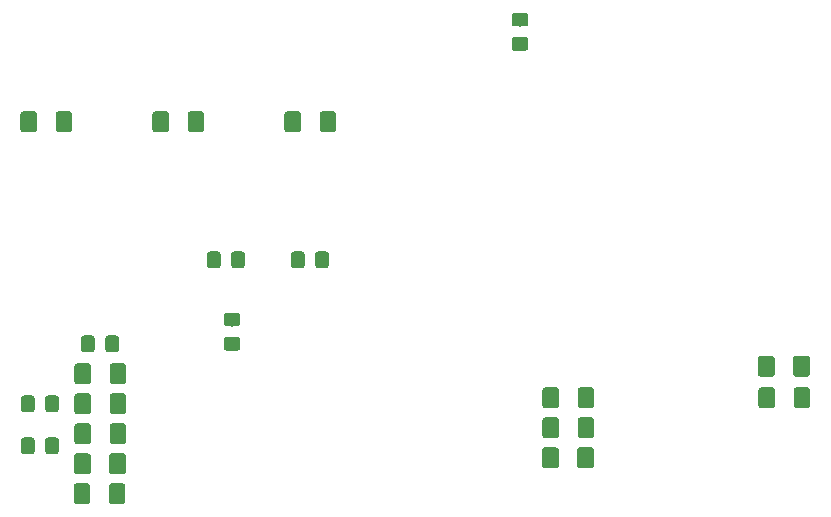
<source format=gbr>
G04 #@! TF.GenerationSoftware,KiCad,Pcbnew,(5.1.0)-1*
G04 #@! TF.CreationDate,2019-04-04T19:18:29+02:00*
G04 #@! TF.ProjectId,YAPSCO,59415053-434f-42e6-9b69-6361645f7063,rev?*
G04 #@! TF.SameCoordinates,PX6a95280PY86ae840*
G04 #@! TF.FileFunction,Paste,Bot*
G04 #@! TF.FilePolarity,Positive*
%FSLAX46Y46*%
G04 Gerber Fmt 4.6, Leading zero omitted, Abs format (unit mm)*
G04 Created by KiCad (PCBNEW (5.1.0)-1) date 2019-04-04 19:18:29*
%MOMM*%
%LPD*%
G04 APERTURE LIST*
%ADD10C,0.100000*%
%ADD11C,1.150000*%
%ADD12C,1.425000*%
G04 APERTURE END LIST*
D10*
G36*
X55846505Y54920796D02*
G01*
X55870773Y54917196D01*
X55894572Y54911235D01*
X55917671Y54902970D01*
X55939850Y54892480D01*
X55960893Y54879868D01*
X55980599Y54865253D01*
X55998777Y54848777D01*
X56015253Y54830599D01*
X56029868Y54810893D01*
X56042480Y54789850D01*
X56052970Y54767671D01*
X56061235Y54744572D01*
X56067196Y54720773D01*
X56070796Y54696505D01*
X56072000Y54672001D01*
X56072000Y54021999D01*
X56070796Y53997495D01*
X56067196Y53973227D01*
X56061235Y53949428D01*
X56052970Y53926329D01*
X56042480Y53904150D01*
X56029868Y53883107D01*
X56015253Y53863401D01*
X55998777Y53845223D01*
X55980599Y53828747D01*
X55960893Y53814132D01*
X55939850Y53801520D01*
X55917671Y53791030D01*
X55894572Y53782765D01*
X55870773Y53776804D01*
X55846505Y53773204D01*
X55822001Y53772000D01*
X54921999Y53772000D01*
X54897495Y53773204D01*
X54873227Y53776804D01*
X54849428Y53782765D01*
X54826329Y53791030D01*
X54804150Y53801520D01*
X54783107Y53814132D01*
X54763401Y53828747D01*
X54745223Y53845223D01*
X54728747Y53863401D01*
X54714132Y53883107D01*
X54701520Y53904150D01*
X54691030Y53926329D01*
X54682765Y53949428D01*
X54676804Y53973227D01*
X54673204Y53997495D01*
X54672000Y54021999D01*
X54672000Y54672001D01*
X54673204Y54696505D01*
X54676804Y54720773D01*
X54682765Y54744572D01*
X54691030Y54767671D01*
X54701520Y54789850D01*
X54714132Y54810893D01*
X54728747Y54830599D01*
X54745223Y54848777D01*
X54763401Y54865253D01*
X54783107Y54879868D01*
X54804150Y54892480D01*
X54826329Y54902970D01*
X54849428Y54911235D01*
X54873227Y54917196D01*
X54897495Y54920796D01*
X54921999Y54922000D01*
X55822001Y54922000D01*
X55846505Y54920796D01*
X55846505Y54920796D01*
G37*
D11*
X55372000Y54347000D03*
D10*
G36*
X55846505Y56970796D02*
G01*
X55870773Y56967196D01*
X55894572Y56961235D01*
X55917671Y56952970D01*
X55939850Y56942480D01*
X55960893Y56929868D01*
X55980599Y56915253D01*
X55998777Y56898777D01*
X56015253Y56880599D01*
X56029868Y56860893D01*
X56042480Y56839850D01*
X56052970Y56817671D01*
X56061235Y56794572D01*
X56067196Y56770773D01*
X56070796Y56746505D01*
X56072000Y56722001D01*
X56072000Y56071999D01*
X56070796Y56047495D01*
X56067196Y56023227D01*
X56061235Y55999428D01*
X56052970Y55976329D01*
X56042480Y55954150D01*
X56029868Y55933107D01*
X56015253Y55913401D01*
X55998777Y55895223D01*
X55980599Y55878747D01*
X55960893Y55864132D01*
X55939850Y55851520D01*
X55917671Y55841030D01*
X55894572Y55832765D01*
X55870773Y55826804D01*
X55846505Y55823204D01*
X55822001Y55822000D01*
X54921999Y55822000D01*
X54897495Y55823204D01*
X54873227Y55826804D01*
X54849428Y55832765D01*
X54826329Y55841030D01*
X54804150Y55851520D01*
X54783107Y55864132D01*
X54763401Y55878747D01*
X54745223Y55895223D01*
X54728747Y55913401D01*
X54714132Y55933107D01*
X54701520Y55954150D01*
X54691030Y55976329D01*
X54682765Y55999428D01*
X54676804Y56023227D01*
X54673204Y56047495D01*
X54672000Y56071999D01*
X54672000Y56722001D01*
X54673204Y56746505D01*
X54676804Y56770773D01*
X54682765Y56794572D01*
X54691030Y56817671D01*
X54701520Y56839850D01*
X54714132Y56860893D01*
X54728747Y56880599D01*
X54745223Y56898777D01*
X54763401Y56915253D01*
X54783107Y56929868D01*
X54804150Y56942480D01*
X54826329Y56952970D01*
X54849428Y56961235D01*
X54873227Y56967196D01*
X54897495Y56970796D01*
X54921999Y56972000D01*
X55822001Y56972000D01*
X55846505Y56970796D01*
X55846505Y56970796D01*
G37*
D11*
X55372000Y56397000D03*
D10*
G36*
X38966505Y36766796D02*
G01*
X38990773Y36763196D01*
X39014572Y36757235D01*
X39037671Y36748970D01*
X39059850Y36738480D01*
X39080893Y36725868D01*
X39100599Y36711253D01*
X39118777Y36694777D01*
X39135253Y36676599D01*
X39149868Y36656893D01*
X39162480Y36635850D01*
X39172970Y36613671D01*
X39181235Y36590572D01*
X39187196Y36566773D01*
X39190796Y36542505D01*
X39192000Y36518001D01*
X39192000Y35617999D01*
X39190796Y35593495D01*
X39187196Y35569227D01*
X39181235Y35545428D01*
X39172970Y35522329D01*
X39162480Y35500150D01*
X39149868Y35479107D01*
X39135253Y35459401D01*
X39118777Y35441223D01*
X39100599Y35424747D01*
X39080893Y35410132D01*
X39059850Y35397520D01*
X39037671Y35387030D01*
X39014572Y35378765D01*
X38990773Y35372804D01*
X38966505Y35369204D01*
X38942001Y35368000D01*
X38291999Y35368000D01*
X38267495Y35369204D01*
X38243227Y35372804D01*
X38219428Y35378765D01*
X38196329Y35387030D01*
X38174150Y35397520D01*
X38153107Y35410132D01*
X38133401Y35424747D01*
X38115223Y35441223D01*
X38098747Y35459401D01*
X38084132Y35479107D01*
X38071520Y35500150D01*
X38061030Y35522329D01*
X38052765Y35545428D01*
X38046804Y35569227D01*
X38043204Y35593495D01*
X38042000Y35617999D01*
X38042000Y36518001D01*
X38043204Y36542505D01*
X38046804Y36566773D01*
X38052765Y36590572D01*
X38061030Y36613671D01*
X38071520Y36635850D01*
X38084132Y36656893D01*
X38098747Y36676599D01*
X38115223Y36694777D01*
X38133401Y36711253D01*
X38153107Y36725868D01*
X38174150Y36738480D01*
X38196329Y36748970D01*
X38219428Y36757235D01*
X38243227Y36763196D01*
X38267495Y36766796D01*
X38291999Y36768000D01*
X38942001Y36768000D01*
X38966505Y36766796D01*
X38966505Y36766796D01*
G37*
D11*
X38617000Y36068000D03*
D10*
G36*
X36916505Y36766796D02*
G01*
X36940773Y36763196D01*
X36964572Y36757235D01*
X36987671Y36748970D01*
X37009850Y36738480D01*
X37030893Y36725868D01*
X37050599Y36711253D01*
X37068777Y36694777D01*
X37085253Y36676599D01*
X37099868Y36656893D01*
X37112480Y36635850D01*
X37122970Y36613671D01*
X37131235Y36590572D01*
X37137196Y36566773D01*
X37140796Y36542505D01*
X37142000Y36518001D01*
X37142000Y35617999D01*
X37140796Y35593495D01*
X37137196Y35569227D01*
X37131235Y35545428D01*
X37122970Y35522329D01*
X37112480Y35500150D01*
X37099868Y35479107D01*
X37085253Y35459401D01*
X37068777Y35441223D01*
X37050599Y35424747D01*
X37030893Y35410132D01*
X37009850Y35397520D01*
X36987671Y35387030D01*
X36964572Y35378765D01*
X36940773Y35372804D01*
X36916505Y35369204D01*
X36892001Y35368000D01*
X36241999Y35368000D01*
X36217495Y35369204D01*
X36193227Y35372804D01*
X36169428Y35378765D01*
X36146329Y35387030D01*
X36124150Y35397520D01*
X36103107Y35410132D01*
X36083401Y35424747D01*
X36065223Y35441223D01*
X36048747Y35459401D01*
X36034132Y35479107D01*
X36021520Y35500150D01*
X36011030Y35522329D01*
X36002765Y35545428D01*
X35996804Y35569227D01*
X35993204Y35593495D01*
X35992000Y35617999D01*
X35992000Y36518001D01*
X35993204Y36542505D01*
X35996804Y36566773D01*
X36002765Y36590572D01*
X36011030Y36613671D01*
X36021520Y36635850D01*
X36034132Y36656893D01*
X36048747Y36676599D01*
X36065223Y36694777D01*
X36083401Y36711253D01*
X36103107Y36725868D01*
X36124150Y36738480D01*
X36146329Y36748970D01*
X36169428Y36757235D01*
X36193227Y36763196D01*
X36217495Y36766796D01*
X36241999Y36768000D01*
X36892001Y36768000D01*
X36916505Y36766796D01*
X36916505Y36766796D01*
G37*
D11*
X36567000Y36068000D03*
D10*
G36*
X31854505Y36766796D02*
G01*
X31878773Y36763196D01*
X31902572Y36757235D01*
X31925671Y36748970D01*
X31947850Y36738480D01*
X31968893Y36725868D01*
X31988599Y36711253D01*
X32006777Y36694777D01*
X32023253Y36676599D01*
X32037868Y36656893D01*
X32050480Y36635850D01*
X32060970Y36613671D01*
X32069235Y36590572D01*
X32075196Y36566773D01*
X32078796Y36542505D01*
X32080000Y36518001D01*
X32080000Y35617999D01*
X32078796Y35593495D01*
X32075196Y35569227D01*
X32069235Y35545428D01*
X32060970Y35522329D01*
X32050480Y35500150D01*
X32037868Y35479107D01*
X32023253Y35459401D01*
X32006777Y35441223D01*
X31988599Y35424747D01*
X31968893Y35410132D01*
X31947850Y35397520D01*
X31925671Y35387030D01*
X31902572Y35378765D01*
X31878773Y35372804D01*
X31854505Y35369204D01*
X31830001Y35368000D01*
X31179999Y35368000D01*
X31155495Y35369204D01*
X31131227Y35372804D01*
X31107428Y35378765D01*
X31084329Y35387030D01*
X31062150Y35397520D01*
X31041107Y35410132D01*
X31021401Y35424747D01*
X31003223Y35441223D01*
X30986747Y35459401D01*
X30972132Y35479107D01*
X30959520Y35500150D01*
X30949030Y35522329D01*
X30940765Y35545428D01*
X30934804Y35569227D01*
X30931204Y35593495D01*
X30930000Y35617999D01*
X30930000Y36518001D01*
X30931204Y36542505D01*
X30934804Y36566773D01*
X30940765Y36590572D01*
X30949030Y36613671D01*
X30959520Y36635850D01*
X30972132Y36656893D01*
X30986747Y36676599D01*
X31003223Y36694777D01*
X31021401Y36711253D01*
X31041107Y36725868D01*
X31062150Y36738480D01*
X31084329Y36748970D01*
X31107428Y36757235D01*
X31131227Y36763196D01*
X31155495Y36766796D01*
X31179999Y36768000D01*
X31830001Y36768000D01*
X31854505Y36766796D01*
X31854505Y36766796D01*
G37*
D11*
X31505000Y36068000D03*
D10*
G36*
X29804505Y36766796D02*
G01*
X29828773Y36763196D01*
X29852572Y36757235D01*
X29875671Y36748970D01*
X29897850Y36738480D01*
X29918893Y36725868D01*
X29938599Y36711253D01*
X29956777Y36694777D01*
X29973253Y36676599D01*
X29987868Y36656893D01*
X30000480Y36635850D01*
X30010970Y36613671D01*
X30019235Y36590572D01*
X30025196Y36566773D01*
X30028796Y36542505D01*
X30030000Y36518001D01*
X30030000Y35617999D01*
X30028796Y35593495D01*
X30025196Y35569227D01*
X30019235Y35545428D01*
X30010970Y35522329D01*
X30000480Y35500150D01*
X29987868Y35479107D01*
X29973253Y35459401D01*
X29956777Y35441223D01*
X29938599Y35424747D01*
X29918893Y35410132D01*
X29897850Y35397520D01*
X29875671Y35387030D01*
X29852572Y35378765D01*
X29828773Y35372804D01*
X29804505Y35369204D01*
X29780001Y35368000D01*
X29129999Y35368000D01*
X29105495Y35369204D01*
X29081227Y35372804D01*
X29057428Y35378765D01*
X29034329Y35387030D01*
X29012150Y35397520D01*
X28991107Y35410132D01*
X28971401Y35424747D01*
X28953223Y35441223D01*
X28936747Y35459401D01*
X28922132Y35479107D01*
X28909520Y35500150D01*
X28899030Y35522329D01*
X28890765Y35545428D01*
X28884804Y35569227D01*
X28881204Y35593495D01*
X28880000Y35617999D01*
X28880000Y36518001D01*
X28881204Y36542505D01*
X28884804Y36566773D01*
X28890765Y36590572D01*
X28899030Y36613671D01*
X28909520Y36635850D01*
X28922132Y36656893D01*
X28936747Y36676599D01*
X28953223Y36694777D01*
X28971401Y36711253D01*
X28991107Y36725868D01*
X29012150Y36738480D01*
X29034329Y36748970D01*
X29057428Y36757235D01*
X29081227Y36763196D01*
X29105495Y36766796D01*
X29129999Y36768000D01*
X29780001Y36768000D01*
X29804505Y36766796D01*
X29804505Y36766796D01*
G37*
D11*
X29455000Y36068000D03*
D10*
G36*
X31462505Y29529796D02*
G01*
X31486773Y29526196D01*
X31510572Y29520235D01*
X31533671Y29511970D01*
X31555850Y29501480D01*
X31576893Y29488868D01*
X31596599Y29474253D01*
X31614777Y29457777D01*
X31631253Y29439599D01*
X31645868Y29419893D01*
X31658480Y29398850D01*
X31668970Y29376671D01*
X31677235Y29353572D01*
X31683196Y29329773D01*
X31686796Y29305505D01*
X31688000Y29281001D01*
X31688000Y28630999D01*
X31686796Y28606495D01*
X31683196Y28582227D01*
X31677235Y28558428D01*
X31668970Y28535329D01*
X31658480Y28513150D01*
X31645868Y28492107D01*
X31631253Y28472401D01*
X31614777Y28454223D01*
X31596599Y28437747D01*
X31576893Y28423132D01*
X31555850Y28410520D01*
X31533671Y28400030D01*
X31510572Y28391765D01*
X31486773Y28385804D01*
X31462505Y28382204D01*
X31438001Y28381000D01*
X30537999Y28381000D01*
X30513495Y28382204D01*
X30489227Y28385804D01*
X30465428Y28391765D01*
X30442329Y28400030D01*
X30420150Y28410520D01*
X30399107Y28423132D01*
X30379401Y28437747D01*
X30361223Y28454223D01*
X30344747Y28472401D01*
X30330132Y28492107D01*
X30317520Y28513150D01*
X30307030Y28535329D01*
X30298765Y28558428D01*
X30292804Y28582227D01*
X30289204Y28606495D01*
X30288000Y28630999D01*
X30288000Y29281001D01*
X30289204Y29305505D01*
X30292804Y29329773D01*
X30298765Y29353572D01*
X30307030Y29376671D01*
X30317520Y29398850D01*
X30330132Y29419893D01*
X30344747Y29439599D01*
X30361223Y29457777D01*
X30379401Y29474253D01*
X30399107Y29488868D01*
X30420150Y29501480D01*
X30442329Y29511970D01*
X30465428Y29520235D01*
X30489227Y29526196D01*
X30513495Y29529796D01*
X30537999Y29531000D01*
X31438001Y29531000D01*
X31462505Y29529796D01*
X31462505Y29529796D01*
G37*
D11*
X30988000Y28956000D03*
D10*
G36*
X31462505Y31579796D02*
G01*
X31486773Y31576196D01*
X31510572Y31570235D01*
X31533671Y31561970D01*
X31555850Y31551480D01*
X31576893Y31538868D01*
X31596599Y31524253D01*
X31614777Y31507777D01*
X31631253Y31489599D01*
X31645868Y31469893D01*
X31658480Y31448850D01*
X31668970Y31426671D01*
X31677235Y31403572D01*
X31683196Y31379773D01*
X31686796Y31355505D01*
X31688000Y31331001D01*
X31688000Y30680999D01*
X31686796Y30656495D01*
X31683196Y30632227D01*
X31677235Y30608428D01*
X31668970Y30585329D01*
X31658480Y30563150D01*
X31645868Y30542107D01*
X31631253Y30522401D01*
X31614777Y30504223D01*
X31596599Y30487747D01*
X31576893Y30473132D01*
X31555850Y30460520D01*
X31533671Y30450030D01*
X31510572Y30441765D01*
X31486773Y30435804D01*
X31462505Y30432204D01*
X31438001Y30431000D01*
X30537999Y30431000D01*
X30513495Y30432204D01*
X30489227Y30435804D01*
X30465428Y30441765D01*
X30442329Y30450030D01*
X30420150Y30460520D01*
X30399107Y30473132D01*
X30379401Y30487747D01*
X30361223Y30504223D01*
X30344747Y30522401D01*
X30330132Y30542107D01*
X30317520Y30563150D01*
X30307030Y30585329D01*
X30298765Y30608428D01*
X30292804Y30632227D01*
X30289204Y30656495D01*
X30288000Y30680999D01*
X30288000Y31331001D01*
X30289204Y31355505D01*
X30292804Y31379773D01*
X30298765Y31403572D01*
X30307030Y31426671D01*
X30317520Y31448850D01*
X30330132Y31469893D01*
X30344747Y31489599D01*
X30361223Y31507777D01*
X30379401Y31524253D01*
X30399107Y31538868D01*
X30420150Y31551480D01*
X30442329Y31561970D01*
X30465428Y31570235D01*
X30489227Y31576196D01*
X30513495Y31579796D01*
X30537999Y31581000D01*
X31438001Y31581000D01*
X31462505Y31579796D01*
X31462505Y31579796D01*
G37*
D11*
X30988000Y31006000D03*
D10*
G36*
X14056505Y24574796D02*
G01*
X14080773Y24571196D01*
X14104572Y24565235D01*
X14127671Y24556970D01*
X14149850Y24546480D01*
X14170893Y24533868D01*
X14190599Y24519253D01*
X14208777Y24502777D01*
X14225253Y24484599D01*
X14239868Y24464893D01*
X14252480Y24443850D01*
X14262970Y24421671D01*
X14271235Y24398572D01*
X14277196Y24374773D01*
X14280796Y24350505D01*
X14282000Y24326001D01*
X14282000Y23425999D01*
X14280796Y23401495D01*
X14277196Y23377227D01*
X14271235Y23353428D01*
X14262970Y23330329D01*
X14252480Y23308150D01*
X14239868Y23287107D01*
X14225253Y23267401D01*
X14208777Y23249223D01*
X14190599Y23232747D01*
X14170893Y23218132D01*
X14149850Y23205520D01*
X14127671Y23195030D01*
X14104572Y23186765D01*
X14080773Y23180804D01*
X14056505Y23177204D01*
X14032001Y23176000D01*
X13381999Y23176000D01*
X13357495Y23177204D01*
X13333227Y23180804D01*
X13309428Y23186765D01*
X13286329Y23195030D01*
X13264150Y23205520D01*
X13243107Y23218132D01*
X13223401Y23232747D01*
X13205223Y23249223D01*
X13188747Y23267401D01*
X13174132Y23287107D01*
X13161520Y23308150D01*
X13151030Y23330329D01*
X13142765Y23353428D01*
X13136804Y23377227D01*
X13133204Y23401495D01*
X13132000Y23425999D01*
X13132000Y24326001D01*
X13133204Y24350505D01*
X13136804Y24374773D01*
X13142765Y24398572D01*
X13151030Y24421671D01*
X13161520Y24443850D01*
X13174132Y24464893D01*
X13188747Y24484599D01*
X13205223Y24502777D01*
X13223401Y24519253D01*
X13243107Y24533868D01*
X13264150Y24546480D01*
X13286329Y24556970D01*
X13309428Y24565235D01*
X13333227Y24571196D01*
X13357495Y24574796D01*
X13381999Y24576000D01*
X14032001Y24576000D01*
X14056505Y24574796D01*
X14056505Y24574796D01*
G37*
D11*
X13707000Y23876000D03*
D10*
G36*
X16106505Y24574796D02*
G01*
X16130773Y24571196D01*
X16154572Y24565235D01*
X16177671Y24556970D01*
X16199850Y24546480D01*
X16220893Y24533868D01*
X16240599Y24519253D01*
X16258777Y24502777D01*
X16275253Y24484599D01*
X16289868Y24464893D01*
X16302480Y24443850D01*
X16312970Y24421671D01*
X16321235Y24398572D01*
X16327196Y24374773D01*
X16330796Y24350505D01*
X16332000Y24326001D01*
X16332000Y23425999D01*
X16330796Y23401495D01*
X16327196Y23377227D01*
X16321235Y23353428D01*
X16312970Y23330329D01*
X16302480Y23308150D01*
X16289868Y23287107D01*
X16275253Y23267401D01*
X16258777Y23249223D01*
X16240599Y23232747D01*
X16220893Y23218132D01*
X16199850Y23205520D01*
X16177671Y23195030D01*
X16154572Y23186765D01*
X16130773Y23180804D01*
X16106505Y23177204D01*
X16082001Y23176000D01*
X15431999Y23176000D01*
X15407495Y23177204D01*
X15383227Y23180804D01*
X15359428Y23186765D01*
X15336329Y23195030D01*
X15314150Y23205520D01*
X15293107Y23218132D01*
X15273401Y23232747D01*
X15255223Y23249223D01*
X15238747Y23267401D01*
X15224132Y23287107D01*
X15211520Y23308150D01*
X15201030Y23330329D01*
X15192765Y23353428D01*
X15186804Y23377227D01*
X15183204Y23401495D01*
X15182000Y23425999D01*
X15182000Y24326001D01*
X15183204Y24350505D01*
X15186804Y24374773D01*
X15192765Y24398572D01*
X15201030Y24421671D01*
X15211520Y24443850D01*
X15224132Y24464893D01*
X15238747Y24484599D01*
X15255223Y24502777D01*
X15273401Y24519253D01*
X15293107Y24533868D01*
X15314150Y24546480D01*
X15336329Y24556970D01*
X15359428Y24565235D01*
X15383227Y24571196D01*
X15407495Y24574796D01*
X15431999Y24576000D01*
X16082001Y24576000D01*
X16106505Y24574796D01*
X16106505Y24574796D01*
G37*
D11*
X15757000Y23876000D03*
D10*
G36*
X16106505Y21018796D02*
G01*
X16130773Y21015196D01*
X16154572Y21009235D01*
X16177671Y21000970D01*
X16199850Y20990480D01*
X16220893Y20977868D01*
X16240599Y20963253D01*
X16258777Y20946777D01*
X16275253Y20928599D01*
X16289868Y20908893D01*
X16302480Y20887850D01*
X16312970Y20865671D01*
X16321235Y20842572D01*
X16327196Y20818773D01*
X16330796Y20794505D01*
X16332000Y20770001D01*
X16332000Y19869999D01*
X16330796Y19845495D01*
X16327196Y19821227D01*
X16321235Y19797428D01*
X16312970Y19774329D01*
X16302480Y19752150D01*
X16289868Y19731107D01*
X16275253Y19711401D01*
X16258777Y19693223D01*
X16240599Y19676747D01*
X16220893Y19662132D01*
X16199850Y19649520D01*
X16177671Y19639030D01*
X16154572Y19630765D01*
X16130773Y19624804D01*
X16106505Y19621204D01*
X16082001Y19620000D01*
X15431999Y19620000D01*
X15407495Y19621204D01*
X15383227Y19624804D01*
X15359428Y19630765D01*
X15336329Y19639030D01*
X15314150Y19649520D01*
X15293107Y19662132D01*
X15273401Y19676747D01*
X15255223Y19693223D01*
X15238747Y19711401D01*
X15224132Y19731107D01*
X15211520Y19752150D01*
X15201030Y19774329D01*
X15192765Y19797428D01*
X15186804Y19821227D01*
X15183204Y19845495D01*
X15182000Y19869999D01*
X15182000Y20770001D01*
X15183204Y20794505D01*
X15186804Y20818773D01*
X15192765Y20842572D01*
X15201030Y20865671D01*
X15211520Y20887850D01*
X15224132Y20908893D01*
X15238747Y20928599D01*
X15255223Y20946777D01*
X15273401Y20963253D01*
X15293107Y20977868D01*
X15314150Y20990480D01*
X15336329Y21000970D01*
X15359428Y21009235D01*
X15383227Y21015196D01*
X15407495Y21018796D01*
X15431999Y21020000D01*
X16082001Y21020000D01*
X16106505Y21018796D01*
X16106505Y21018796D01*
G37*
D11*
X15757000Y20320000D03*
D10*
G36*
X14056505Y21018796D02*
G01*
X14080773Y21015196D01*
X14104572Y21009235D01*
X14127671Y21000970D01*
X14149850Y20990480D01*
X14170893Y20977868D01*
X14190599Y20963253D01*
X14208777Y20946777D01*
X14225253Y20928599D01*
X14239868Y20908893D01*
X14252480Y20887850D01*
X14262970Y20865671D01*
X14271235Y20842572D01*
X14277196Y20818773D01*
X14280796Y20794505D01*
X14282000Y20770001D01*
X14282000Y19869999D01*
X14280796Y19845495D01*
X14277196Y19821227D01*
X14271235Y19797428D01*
X14262970Y19774329D01*
X14252480Y19752150D01*
X14239868Y19731107D01*
X14225253Y19711401D01*
X14208777Y19693223D01*
X14190599Y19676747D01*
X14170893Y19662132D01*
X14149850Y19649520D01*
X14127671Y19639030D01*
X14104572Y19630765D01*
X14080773Y19624804D01*
X14056505Y19621204D01*
X14032001Y19620000D01*
X13381999Y19620000D01*
X13357495Y19621204D01*
X13333227Y19624804D01*
X13309428Y19630765D01*
X13286329Y19639030D01*
X13264150Y19649520D01*
X13243107Y19662132D01*
X13223401Y19676747D01*
X13205223Y19693223D01*
X13188747Y19711401D01*
X13174132Y19731107D01*
X13161520Y19752150D01*
X13151030Y19774329D01*
X13142765Y19797428D01*
X13136804Y19821227D01*
X13133204Y19845495D01*
X13132000Y19869999D01*
X13132000Y20770001D01*
X13133204Y20794505D01*
X13136804Y20818773D01*
X13142765Y20842572D01*
X13151030Y20865671D01*
X13161520Y20887850D01*
X13174132Y20908893D01*
X13188747Y20928599D01*
X13205223Y20946777D01*
X13223401Y20963253D01*
X13243107Y20977868D01*
X13264150Y20990480D01*
X13286329Y21000970D01*
X13309428Y21009235D01*
X13333227Y21015196D01*
X13357495Y21018796D01*
X13381999Y21020000D01*
X14032001Y21020000D01*
X14056505Y21018796D01*
X14056505Y21018796D01*
G37*
D11*
X13707000Y20320000D03*
D10*
G36*
X19145505Y29654796D02*
G01*
X19169773Y29651196D01*
X19193572Y29645235D01*
X19216671Y29636970D01*
X19238850Y29626480D01*
X19259893Y29613868D01*
X19279599Y29599253D01*
X19297777Y29582777D01*
X19314253Y29564599D01*
X19328868Y29544893D01*
X19341480Y29523850D01*
X19351970Y29501671D01*
X19360235Y29478572D01*
X19366196Y29454773D01*
X19369796Y29430505D01*
X19371000Y29406001D01*
X19371000Y28505999D01*
X19369796Y28481495D01*
X19366196Y28457227D01*
X19360235Y28433428D01*
X19351970Y28410329D01*
X19341480Y28388150D01*
X19328868Y28367107D01*
X19314253Y28347401D01*
X19297777Y28329223D01*
X19279599Y28312747D01*
X19259893Y28298132D01*
X19238850Y28285520D01*
X19216671Y28275030D01*
X19193572Y28266765D01*
X19169773Y28260804D01*
X19145505Y28257204D01*
X19121001Y28256000D01*
X18470999Y28256000D01*
X18446495Y28257204D01*
X18422227Y28260804D01*
X18398428Y28266765D01*
X18375329Y28275030D01*
X18353150Y28285520D01*
X18332107Y28298132D01*
X18312401Y28312747D01*
X18294223Y28329223D01*
X18277747Y28347401D01*
X18263132Y28367107D01*
X18250520Y28388150D01*
X18240030Y28410329D01*
X18231765Y28433428D01*
X18225804Y28457227D01*
X18222204Y28481495D01*
X18221000Y28505999D01*
X18221000Y29406001D01*
X18222204Y29430505D01*
X18225804Y29454773D01*
X18231765Y29478572D01*
X18240030Y29501671D01*
X18250520Y29523850D01*
X18263132Y29544893D01*
X18277747Y29564599D01*
X18294223Y29582777D01*
X18312401Y29599253D01*
X18332107Y29613868D01*
X18353150Y29626480D01*
X18375329Y29636970D01*
X18398428Y29645235D01*
X18422227Y29651196D01*
X18446495Y29654796D01*
X18470999Y29656000D01*
X19121001Y29656000D01*
X19145505Y29654796D01*
X19145505Y29654796D01*
G37*
D11*
X18796000Y28956000D03*
D10*
G36*
X21195505Y29654796D02*
G01*
X21219773Y29651196D01*
X21243572Y29645235D01*
X21266671Y29636970D01*
X21288850Y29626480D01*
X21309893Y29613868D01*
X21329599Y29599253D01*
X21347777Y29582777D01*
X21364253Y29564599D01*
X21378868Y29544893D01*
X21391480Y29523850D01*
X21401970Y29501671D01*
X21410235Y29478572D01*
X21416196Y29454773D01*
X21419796Y29430505D01*
X21421000Y29406001D01*
X21421000Y28505999D01*
X21419796Y28481495D01*
X21416196Y28457227D01*
X21410235Y28433428D01*
X21401970Y28410329D01*
X21391480Y28388150D01*
X21378868Y28367107D01*
X21364253Y28347401D01*
X21347777Y28329223D01*
X21329599Y28312747D01*
X21309893Y28298132D01*
X21288850Y28285520D01*
X21266671Y28275030D01*
X21243572Y28266765D01*
X21219773Y28260804D01*
X21195505Y28257204D01*
X21171001Y28256000D01*
X20520999Y28256000D01*
X20496495Y28257204D01*
X20472227Y28260804D01*
X20448428Y28266765D01*
X20425329Y28275030D01*
X20403150Y28285520D01*
X20382107Y28298132D01*
X20362401Y28312747D01*
X20344223Y28329223D01*
X20327747Y28347401D01*
X20313132Y28367107D01*
X20300520Y28388150D01*
X20290030Y28410329D01*
X20281765Y28433428D01*
X20275804Y28457227D01*
X20272204Y28481495D01*
X20271000Y28505999D01*
X20271000Y29406001D01*
X20272204Y29430505D01*
X20275804Y29454773D01*
X20281765Y29478572D01*
X20290030Y29501671D01*
X20300520Y29523850D01*
X20313132Y29544893D01*
X20327747Y29564599D01*
X20344223Y29582777D01*
X20362401Y29599253D01*
X20382107Y29613868D01*
X20403150Y29626480D01*
X20425329Y29636970D01*
X20448428Y29645235D01*
X20472227Y29651196D01*
X20496495Y29654796D01*
X20520999Y29656000D01*
X21171001Y29656000D01*
X21195505Y29654796D01*
X21195505Y29654796D01*
G37*
D11*
X20846000Y28956000D03*
D10*
G36*
X36628004Y48625796D02*
G01*
X36652273Y48622196D01*
X36676071Y48616235D01*
X36699171Y48607970D01*
X36721349Y48597480D01*
X36742393Y48584867D01*
X36762098Y48570253D01*
X36780277Y48553777D01*
X36796753Y48535598D01*
X36811367Y48515893D01*
X36823980Y48494849D01*
X36834470Y48472671D01*
X36842735Y48449571D01*
X36848696Y48425773D01*
X36852296Y48401504D01*
X36853500Y48377000D01*
X36853500Y47127000D01*
X36852296Y47102496D01*
X36848696Y47078227D01*
X36842735Y47054429D01*
X36834470Y47031329D01*
X36823980Y47009151D01*
X36811367Y46988107D01*
X36796753Y46968402D01*
X36780277Y46950223D01*
X36762098Y46933747D01*
X36742393Y46919133D01*
X36721349Y46906520D01*
X36699171Y46896030D01*
X36676071Y46887765D01*
X36652273Y46881804D01*
X36628004Y46878204D01*
X36603500Y46877000D01*
X35678500Y46877000D01*
X35653996Y46878204D01*
X35629727Y46881804D01*
X35605929Y46887765D01*
X35582829Y46896030D01*
X35560651Y46906520D01*
X35539607Y46919133D01*
X35519902Y46933747D01*
X35501723Y46950223D01*
X35485247Y46968402D01*
X35470633Y46988107D01*
X35458020Y47009151D01*
X35447530Y47031329D01*
X35439265Y47054429D01*
X35433304Y47078227D01*
X35429704Y47102496D01*
X35428500Y47127000D01*
X35428500Y48377000D01*
X35429704Y48401504D01*
X35433304Y48425773D01*
X35439265Y48449571D01*
X35447530Y48472671D01*
X35458020Y48494849D01*
X35470633Y48515893D01*
X35485247Y48535598D01*
X35501723Y48553777D01*
X35519902Y48570253D01*
X35539607Y48584867D01*
X35560651Y48597480D01*
X35582829Y48607970D01*
X35605929Y48616235D01*
X35629727Y48622196D01*
X35653996Y48625796D01*
X35678500Y48627000D01*
X36603500Y48627000D01*
X36628004Y48625796D01*
X36628004Y48625796D01*
G37*
D12*
X36141000Y47752000D03*
D10*
G36*
X39603004Y48625796D02*
G01*
X39627273Y48622196D01*
X39651071Y48616235D01*
X39674171Y48607970D01*
X39696349Y48597480D01*
X39717393Y48584867D01*
X39737098Y48570253D01*
X39755277Y48553777D01*
X39771753Y48535598D01*
X39786367Y48515893D01*
X39798980Y48494849D01*
X39809470Y48472671D01*
X39817735Y48449571D01*
X39823696Y48425773D01*
X39827296Y48401504D01*
X39828500Y48377000D01*
X39828500Y47127000D01*
X39827296Y47102496D01*
X39823696Y47078227D01*
X39817735Y47054429D01*
X39809470Y47031329D01*
X39798980Y47009151D01*
X39786367Y46988107D01*
X39771753Y46968402D01*
X39755277Y46950223D01*
X39737098Y46933747D01*
X39717393Y46919133D01*
X39696349Y46906520D01*
X39674171Y46896030D01*
X39651071Y46887765D01*
X39627273Y46881804D01*
X39603004Y46878204D01*
X39578500Y46877000D01*
X38653500Y46877000D01*
X38628996Y46878204D01*
X38604727Y46881804D01*
X38580929Y46887765D01*
X38557829Y46896030D01*
X38535651Y46906520D01*
X38514607Y46919133D01*
X38494902Y46933747D01*
X38476723Y46950223D01*
X38460247Y46968402D01*
X38445633Y46988107D01*
X38433020Y47009151D01*
X38422530Y47031329D01*
X38414265Y47054429D01*
X38408304Y47078227D01*
X38404704Y47102496D01*
X38403500Y47127000D01*
X38403500Y48377000D01*
X38404704Y48401504D01*
X38408304Y48425773D01*
X38414265Y48449571D01*
X38422530Y48472671D01*
X38433020Y48494849D01*
X38445633Y48515893D01*
X38460247Y48535598D01*
X38476723Y48553777D01*
X38494902Y48570253D01*
X38514607Y48584867D01*
X38535651Y48597480D01*
X38557829Y48607970D01*
X38580929Y48616235D01*
X38604727Y48622196D01*
X38628996Y48625796D01*
X38653500Y48627000D01*
X39578500Y48627000D01*
X39603004Y48625796D01*
X39603004Y48625796D01*
G37*
D12*
X39116000Y47752000D03*
D10*
G36*
X25452004Y48625796D02*
G01*
X25476273Y48622196D01*
X25500071Y48616235D01*
X25523171Y48607970D01*
X25545349Y48597480D01*
X25566393Y48584867D01*
X25586098Y48570253D01*
X25604277Y48553777D01*
X25620753Y48535598D01*
X25635367Y48515893D01*
X25647980Y48494849D01*
X25658470Y48472671D01*
X25666735Y48449571D01*
X25672696Y48425773D01*
X25676296Y48401504D01*
X25677500Y48377000D01*
X25677500Y47127000D01*
X25676296Y47102496D01*
X25672696Y47078227D01*
X25666735Y47054429D01*
X25658470Y47031329D01*
X25647980Y47009151D01*
X25635367Y46988107D01*
X25620753Y46968402D01*
X25604277Y46950223D01*
X25586098Y46933747D01*
X25566393Y46919133D01*
X25545349Y46906520D01*
X25523171Y46896030D01*
X25500071Y46887765D01*
X25476273Y46881804D01*
X25452004Y46878204D01*
X25427500Y46877000D01*
X24502500Y46877000D01*
X24477996Y46878204D01*
X24453727Y46881804D01*
X24429929Y46887765D01*
X24406829Y46896030D01*
X24384651Y46906520D01*
X24363607Y46919133D01*
X24343902Y46933747D01*
X24325723Y46950223D01*
X24309247Y46968402D01*
X24294633Y46988107D01*
X24282020Y47009151D01*
X24271530Y47031329D01*
X24263265Y47054429D01*
X24257304Y47078227D01*
X24253704Y47102496D01*
X24252500Y47127000D01*
X24252500Y48377000D01*
X24253704Y48401504D01*
X24257304Y48425773D01*
X24263265Y48449571D01*
X24271530Y48472671D01*
X24282020Y48494849D01*
X24294633Y48515893D01*
X24309247Y48535598D01*
X24325723Y48553777D01*
X24343902Y48570253D01*
X24363607Y48584867D01*
X24384651Y48597480D01*
X24406829Y48607970D01*
X24429929Y48616235D01*
X24453727Y48622196D01*
X24477996Y48625796D01*
X24502500Y48627000D01*
X25427500Y48627000D01*
X25452004Y48625796D01*
X25452004Y48625796D01*
G37*
D12*
X24965000Y47752000D03*
D10*
G36*
X28427004Y48625796D02*
G01*
X28451273Y48622196D01*
X28475071Y48616235D01*
X28498171Y48607970D01*
X28520349Y48597480D01*
X28541393Y48584867D01*
X28561098Y48570253D01*
X28579277Y48553777D01*
X28595753Y48535598D01*
X28610367Y48515893D01*
X28622980Y48494849D01*
X28633470Y48472671D01*
X28641735Y48449571D01*
X28647696Y48425773D01*
X28651296Y48401504D01*
X28652500Y48377000D01*
X28652500Y47127000D01*
X28651296Y47102496D01*
X28647696Y47078227D01*
X28641735Y47054429D01*
X28633470Y47031329D01*
X28622980Y47009151D01*
X28610367Y46988107D01*
X28595753Y46968402D01*
X28579277Y46950223D01*
X28561098Y46933747D01*
X28541393Y46919133D01*
X28520349Y46906520D01*
X28498171Y46896030D01*
X28475071Y46887765D01*
X28451273Y46881804D01*
X28427004Y46878204D01*
X28402500Y46877000D01*
X27477500Y46877000D01*
X27452996Y46878204D01*
X27428727Y46881804D01*
X27404929Y46887765D01*
X27381829Y46896030D01*
X27359651Y46906520D01*
X27338607Y46919133D01*
X27318902Y46933747D01*
X27300723Y46950223D01*
X27284247Y46968402D01*
X27269633Y46988107D01*
X27257020Y47009151D01*
X27246530Y47031329D01*
X27238265Y47054429D01*
X27232304Y47078227D01*
X27228704Y47102496D01*
X27227500Y47127000D01*
X27227500Y48377000D01*
X27228704Y48401504D01*
X27232304Y48425773D01*
X27238265Y48449571D01*
X27246530Y48472671D01*
X27257020Y48494849D01*
X27269633Y48515893D01*
X27284247Y48535598D01*
X27300723Y48553777D01*
X27318902Y48570253D01*
X27338607Y48584867D01*
X27359651Y48597480D01*
X27381829Y48607970D01*
X27404929Y48616235D01*
X27428727Y48622196D01*
X27452996Y48625796D01*
X27477500Y48627000D01*
X28402500Y48627000D01*
X28427004Y48625796D01*
X28427004Y48625796D01*
G37*
D12*
X27940000Y47752000D03*
D10*
G36*
X14276004Y48625796D02*
G01*
X14300273Y48622196D01*
X14324071Y48616235D01*
X14347171Y48607970D01*
X14369349Y48597480D01*
X14390393Y48584867D01*
X14410098Y48570253D01*
X14428277Y48553777D01*
X14444753Y48535598D01*
X14459367Y48515893D01*
X14471980Y48494849D01*
X14482470Y48472671D01*
X14490735Y48449571D01*
X14496696Y48425773D01*
X14500296Y48401504D01*
X14501500Y48377000D01*
X14501500Y47127000D01*
X14500296Y47102496D01*
X14496696Y47078227D01*
X14490735Y47054429D01*
X14482470Y47031329D01*
X14471980Y47009151D01*
X14459367Y46988107D01*
X14444753Y46968402D01*
X14428277Y46950223D01*
X14410098Y46933747D01*
X14390393Y46919133D01*
X14369349Y46906520D01*
X14347171Y46896030D01*
X14324071Y46887765D01*
X14300273Y46881804D01*
X14276004Y46878204D01*
X14251500Y46877000D01*
X13326500Y46877000D01*
X13301996Y46878204D01*
X13277727Y46881804D01*
X13253929Y46887765D01*
X13230829Y46896030D01*
X13208651Y46906520D01*
X13187607Y46919133D01*
X13167902Y46933747D01*
X13149723Y46950223D01*
X13133247Y46968402D01*
X13118633Y46988107D01*
X13106020Y47009151D01*
X13095530Y47031329D01*
X13087265Y47054429D01*
X13081304Y47078227D01*
X13077704Y47102496D01*
X13076500Y47127000D01*
X13076500Y48377000D01*
X13077704Y48401504D01*
X13081304Y48425773D01*
X13087265Y48449571D01*
X13095530Y48472671D01*
X13106020Y48494849D01*
X13118633Y48515893D01*
X13133247Y48535598D01*
X13149723Y48553777D01*
X13167902Y48570253D01*
X13187607Y48584867D01*
X13208651Y48597480D01*
X13230829Y48607970D01*
X13253929Y48616235D01*
X13277727Y48622196D01*
X13301996Y48625796D01*
X13326500Y48627000D01*
X14251500Y48627000D01*
X14276004Y48625796D01*
X14276004Y48625796D01*
G37*
D12*
X13789000Y47752000D03*
D10*
G36*
X17251004Y48625796D02*
G01*
X17275273Y48622196D01*
X17299071Y48616235D01*
X17322171Y48607970D01*
X17344349Y48597480D01*
X17365393Y48584867D01*
X17385098Y48570253D01*
X17403277Y48553777D01*
X17419753Y48535598D01*
X17434367Y48515893D01*
X17446980Y48494849D01*
X17457470Y48472671D01*
X17465735Y48449571D01*
X17471696Y48425773D01*
X17475296Y48401504D01*
X17476500Y48377000D01*
X17476500Y47127000D01*
X17475296Y47102496D01*
X17471696Y47078227D01*
X17465735Y47054429D01*
X17457470Y47031329D01*
X17446980Y47009151D01*
X17434367Y46988107D01*
X17419753Y46968402D01*
X17403277Y46950223D01*
X17385098Y46933747D01*
X17365393Y46919133D01*
X17344349Y46906520D01*
X17322171Y46896030D01*
X17299071Y46887765D01*
X17275273Y46881804D01*
X17251004Y46878204D01*
X17226500Y46877000D01*
X16301500Y46877000D01*
X16276996Y46878204D01*
X16252727Y46881804D01*
X16228929Y46887765D01*
X16205829Y46896030D01*
X16183651Y46906520D01*
X16162607Y46919133D01*
X16142902Y46933747D01*
X16124723Y46950223D01*
X16108247Y46968402D01*
X16093633Y46988107D01*
X16081020Y47009151D01*
X16070530Y47031329D01*
X16062265Y47054429D01*
X16056304Y47078227D01*
X16052704Y47102496D01*
X16051500Y47127000D01*
X16051500Y48377000D01*
X16052704Y48401504D01*
X16056304Y48425773D01*
X16062265Y48449571D01*
X16070530Y48472671D01*
X16081020Y48494849D01*
X16093633Y48515893D01*
X16108247Y48535598D01*
X16124723Y48553777D01*
X16142902Y48570253D01*
X16162607Y48584867D01*
X16183651Y48597480D01*
X16205829Y48607970D01*
X16228929Y48616235D01*
X16252727Y48622196D01*
X16276996Y48625796D01*
X16301500Y48627000D01*
X17226500Y48627000D01*
X17251004Y48625796D01*
X17251004Y48625796D01*
G37*
D12*
X16764000Y47752000D03*
D10*
G36*
X18775004Y17129796D02*
G01*
X18799273Y17126196D01*
X18823071Y17120235D01*
X18846171Y17111970D01*
X18868349Y17101480D01*
X18889393Y17088867D01*
X18909098Y17074253D01*
X18927277Y17057777D01*
X18943753Y17039598D01*
X18958367Y17019893D01*
X18970980Y16998849D01*
X18981470Y16976671D01*
X18989735Y16953571D01*
X18995696Y16929773D01*
X18999296Y16905504D01*
X19000500Y16881000D01*
X19000500Y15631000D01*
X18999296Y15606496D01*
X18995696Y15582227D01*
X18989735Y15558429D01*
X18981470Y15535329D01*
X18970980Y15513151D01*
X18958367Y15492107D01*
X18943753Y15472402D01*
X18927277Y15454223D01*
X18909098Y15437747D01*
X18889393Y15423133D01*
X18868349Y15410520D01*
X18846171Y15400030D01*
X18823071Y15391765D01*
X18799273Y15385804D01*
X18775004Y15382204D01*
X18750500Y15381000D01*
X17825500Y15381000D01*
X17800996Y15382204D01*
X17776727Y15385804D01*
X17752929Y15391765D01*
X17729829Y15400030D01*
X17707651Y15410520D01*
X17686607Y15423133D01*
X17666902Y15437747D01*
X17648723Y15454223D01*
X17632247Y15472402D01*
X17617633Y15492107D01*
X17605020Y15513151D01*
X17594530Y15535329D01*
X17586265Y15558429D01*
X17580304Y15582227D01*
X17576704Y15606496D01*
X17575500Y15631000D01*
X17575500Y16881000D01*
X17576704Y16905504D01*
X17580304Y16929773D01*
X17586265Y16953571D01*
X17594530Y16976671D01*
X17605020Y16998849D01*
X17617633Y17019893D01*
X17632247Y17039598D01*
X17648723Y17057777D01*
X17666902Y17074253D01*
X17686607Y17088867D01*
X17707651Y17101480D01*
X17729829Y17111970D01*
X17752929Y17120235D01*
X17776727Y17126196D01*
X17800996Y17129796D01*
X17825500Y17131000D01*
X18750500Y17131000D01*
X18775004Y17129796D01*
X18775004Y17129796D01*
G37*
D12*
X18288000Y16256000D03*
D10*
G36*
X21750004Y17129796D02*
G01*
X21774273Y17126196D01*
X21798071Y17120235D01*
X21821171Y17111970D01*
X21843349Y17101480D01*
X21864393Y17088867D01*
X21884098Y17074253D01*
X21902277Y17057777D01*
X21918753Y17039598D01*
X21933367Y17019893D01*
X21945980Y16998849D01*
X21956470Y16976671D01*
X21964735Y16953571D01*
X21970696Y16929773D01*
X21974296Y16905504D01*
X21975500Y16881000D01*
X21975500Y15631000D01*
X21974296Y15606496D01*
X21970696Y15582227D01*
X21964735Y15558429D01*
X21956470Y15535329D01*
X21945980Y15513151D01*
X21933367Y15492107D01*
X21918753Y15472402D01*
X21902277Y15454223D01*
X21884098Y15437747D01*
X21864393Y15423133D01*
X21843349Y15410520D01*
X21821171Y15400030D01*
X21798071Y15391765D01*
X21774273Y15385804D01*
X21750004Y15382204D01*
X21725500Y15381000D01*
X20800500Y15381000D01*
X20775996Y15382204D01*
X20751727Y15385804D01*
X20727929Y15391765D01*
X20704829Y15400030D01*
X20682651Y15410520D01*
X20661607Y15423133D01*
X20641902Y15437747D01*
X20623723Y15454223D01*
X20607247Y15472402D01*
X20592633Y15492107D01*
X20580020Y15513151D01*
X20569530Y15535329D01*
X20561265Y15558429D01*
X20555304Y15582227D01*
X20551704Y15606496D01*
X20550500Y15631000D01*
X20550500Y16881000D01*
X20551704Y16905504D01*
X20555304Y16929773D01*
X20561265Y16953571D01*
X20569530Y16976671D01*
X20580020Y16998849D01*
X20592633Y17019893D01*
X20607247Y17039598D01*
X20623723Y17057777D01*
X20641902Y17074253D01*
X20661607Y17088867D01*
X20682651Y17101480D01*
X20704829Y17111970D01*
X20727929Y17120235D01*
X20751727Y17126196D01*
X20775996Y17129796D01*
X20800500Y17131000D01*
X21725500Y17131000D01*
X21750004Y17129796D01*
X21750004Y17129796D01*
G37*
D12*
X21263000Y16256000D03*
D10*
G36*
X21786504Y19669796D02*
G01*
X21810773Y19666196D01*
X21834571Y19660235D01*
X21857671Y19651970D01*
X21879849Y19641480D01*
X21900893Y19628867D01*
X21920598Y19614253D01*
X21938777Y19597777D01*
X21955253Y19579598D01*
X21969867Y19559893D01*
X21982480Y19538849D01*
X21992970Y19516671D01*
X22001235Y19493571D01*
X22007196Y19469773D01*
X22010796Y19445504D01*
X22012000Y19421000D01*
X22012000Y18171000D01*
X22010796Y18146496D01*
X22007196Y18122227D01*
X22001235Y18098429D01*
X21992970Y18075329D01*
X21982480Y18053151D01*
X21969867Y18032107D01*
X21955253Y18012402D01*
X21938777Y17994223D01*
X21920598Y17977747D01*
X21900893Y17963133D01*
X21879849Y17950520D01*
X21857671Y17940030D01*
X21834571Y17931765D01*
X21810773Y17925804D01*
X21786504Y17922204D01*
X21762000Y17921000D01*
X20837000Y17921000D01*
X20812496Y17922204D01*
X20788227Y17925804D01*
X20764429Y17931765D01*
X20741329Y17940030D01*
X20719151Y17950520D01*
X20698107Y17963133D01*
X20678402Y17977747D01*
X20660223Y17994223D01*
X20643747Y18012402D01*
X20629133Y18032107D01*
X20616520Y18053151D01*
X20606030Y18075329D01*
X20597765Y18098429D01*
X20591804Y18122227D01*
X20588204Y18146496D01*
X20587000Y18171000D01*
X20587000Y19421000D01*
X20588204Y19445504D01*
X20591804Y19469773D01*
X20597765Y19493571D01*
X20606030Y19516671D01*
X20616520Y19538849D01*
X20629133Y19559893D01*
X20643747Y19579598D01*
X20660223Y19597777D01*
X20678402Y19614253D01*
X20698107Y19628867D01*
X20719151Y19641480D01*
X20741329Y19651970D01*
X20764429Y19660235D01*
X20788227Y19666196D01*
X20812496Y19669796D01*
X20837000Y19671000D01*
X21762000Y19671000D01*
X21786504Y19669796D01*
X21786504Y19669796D01*
G37*
D12*
X21299500Y18796000D03*
D10*
G36*
X18811504Y19669796D02*
G01*
X18835773Y19666196D01*
X18859571Y19660235D01*
X18882671Y19651970D01*
X18904849Y19641480D01*
X18925893Y19628867D01*
X18945598Y19614253D01*
X18963777Y19597777D01*
X18980253Y19579598D01*
X18994867Y19559893D01*
X19007480Y19538849D01*
X19017970Y19516671D01*
X19026235Y19493571D01*
X19032196Y19469773D01*
X19035796Y19445504D01*
X19037000Y19421000D01*
X19037000Y18171000D01*
X19035796Y18146496D01*
X19032196Y18122227D01*
X19026235Y18098429D01*
X19017970Y18075329D01*
X19007480Y18053151D01*
X18994867Y18032107D01*
X18980253Y18012402D01*
X18963777Y17994223D01*
X18945598Y17977747D01*
X18925893Y17963133D01*
X18904849Y17950520D01*
X18882671Y17940030D01*
X18859571Y17931765D01*
X18835773Y17925804D01*
X18811504Y17922204D01*
X18787000Y17921000D01*
X17862000Y17921000D01*
X17837496Y17922204D01*
X17813227Y17925804D01*
X17789429Y17931765D01*
X17766329Y17940030D01*
X17744151Y17950520D01*
X17723107Y17963133D01*
X17703402Y17977747D01*
X17685223Y17994223D01*
X17668747Y18012402D01*
X17654133Y18032107D01*
X17641520Y18053151D01*
X17631030Y18075329D01*
X17622765Y18098429D01*
X17616804Y18122227D01*
X17613204Y18146496D01*
X17612000Y18171000D01*
X17612000Y19421000D01*
X17613204Y19445504D01*
X17616804Y19469773D01*
X17622765Y19493571D01*
X17631030Y19516671D01*
X17641520Y19538849D01*
X17654133Y19559893D01*
X17668747Y19579598D01*
X17685223Y19597777D01*
X17703402Y19614253D01*
X17723107Y19628867D01*
X17744151Y19641480D01*
X17766329Y19651970D01*
X17789429Y19660235D01*
X17813227Y19666196D01*
X17837496Y19669796D01*
X17862000Y19671000D01*
X18787000Y19671000D01*
X18811504Y19669796D01*
X18811504Y19669796D01*
G37*
D12*
X18324500Y18796000D03*
D10*
G36*
X18848004Y22209796D02*
G01*
X18872273Y22206196D01*
X18896071Y22200235D01*
X18919171Y22191970D01*
X18941349Y22181480D01*
X18962393Y22168867D01*
X18982098Y22154253D01*
X19000277Y22137777D01*
X19016753Y22119598D01*
X19031367Y22099893D01*
X19043980Y22078849D01*
X19054470Y22056671D01*
X19062735Y22033571D01*
X19068696Y22009773D01*
X19072296Y21985504D01*
X19073500Y21961000D01*
X19073500Y20711000D01*
X19072296Y20686496D01*
X19068696Y20662227D01*
X19062735Y20638429D01*
X19054470Y20615329D01*
X19043980Y20593151D01*
X19031367Y20572107D01*
X19016753Y20552402D01*
X19000277Y20534223D01*
X18982098Y20517747D01*
X18962393Y20503133D01*
X18941349Y20490520D01*
X18919171Y20480030D01*
X18896071Y20471765D01*
X18872273Y20465804D01*
X18848004Y20462204D01*
X18823500Y20461000D01*
X17898500Y20461000D01*
X17873996Y20462204D01*
X17849727Y20465804D01*
X17825929Y20471765D01*
X17802829Y20480030D01*
X17780651Y20490520D01*
X17759607Y20503133D01*
X17739902Y20517747D01*
X17721723Y20534223D01*
X17705247Y20552402D01*
X17690633Y20572107D01*
X17678020Y20593151D01*
X17667530Y20615329D01*
X17659265Y20638429D01*
X17653304Y20662227D01*
X17649704Y20686496D01*
X17648500Y20711000D01*
X17648500Y21961000D01*
X17649704Y21985504D01*
X17653304Y22009773D01*
X17659265Y22033571D01*
X17667530Y22056671D01*
X17678020Y22078849D01*
X17690633Y22099893D01*
X17705247Y22119598D01*
X17721723Y22137777D01*
X17739902Y22154253D01*
X17759607Y22168867D01*
X17780651Y22181480D01*
X17802829Y22191970D01*
X17825929Y22200235D01*
X17849727Y22206196D01*
X17873996Y22209796D01*
X17898500Y22211000D01*
X18823500Y22211000D01*
X18848004Y22209796D01*
X18848004Y22209796D01*
G37*
D12*
X18361000Y21336000D03*
D10*
G36*
X21823004Y22209796D02*
G01*
X21847273Y22206196D01*
X21871071Y22200235D01*
X21894171Y22191970D01*
X21916349Y22181480D01*
X21937393Y22168867D01*
X21957098Y22154253D01*
X21975277Y22137777D01*
X21991753Y22119598D01*
X22006367Y22099893D01*
X22018980Y22078849D01*
X22029470Y22056671D01*
X22037735Y22033571D01*
X22043696Y22009773D01*
X22047296Y21985504D01*
X22048500Y21961000D01*
X22048500Y20711000D01*
X22047296Y20686496D01*
X22043696Y20662227D01*
X22037735Y20638429D01*
X22029470Y20615329D01*
X22018980Y20593151D01*
X22006367Y20572107D01*
X21991753Y20552402D01*
X21975277Y20534223D01*
X21957098Y20517747D01*
X21937393Y20503133D01*
X21916349Y20490520D01*
X21894171Y20480030D01*
X21871071Y20471765D01*
X21847273Y20465804D01*
X21823004Y20462204D01*
X21798500Y20461000D01*
X20873500Y20461000D01*
X20848996Y20462204D01*
X20824727Y20465804D01*
X20800929Y20471765D01*
X20777829Y20480030D01*
X20755651Y20490520D01*
X20734607Y20503133D01*
X20714902Y20517747D01*
X20696723Y20534223D01*
X20680247Y20552402D01*
X20665633Y20572107D01*
X20653020Y20593151D01*
X20642530Y20615329D01*
X20634265Y20638429D01*
X20628304Y20662227D01*
X20624704Y20686496D01*
X20623500Y20711000D01*
X20623500Y21961000D01*
X20624704Y21985504D01*
X20628304Y22009773D01*
X20634265Y22033571D01*
X20642530Y22056671D01*
X20653020Y22078849D01*
X20665633Y22099893D01*
X20680247Y22119598D01*
X20696723Y22137777D01*
X20714902Y22154253D01*
X20734607Y22168867D01*
X20755651Y22181480D01*
X20777829Y22191970D01*
X20800929Y22200235D01*
X20824727Y22206196D01*
X20848996Y22209796D01*
X20873500Y22211000D01*
X21798500Y22211000D01*
X21823004Y22209796D01*
X21823004Y22209796D01*
G37*
D12*
X21336000Y21336000D03*
D10*
G36*
X18848004Y24749796D02*
G01*
X18872273Y24746196D01*
X18896071Y24740235D01*
X18919171Y24731970D01*
X18941349Y24721480D01*
X18962393Y24708867D01*
X18982098Y24694253D01*
X19000277Y24677777D01*
X19016753Y24659598D01*
X19031367Y24639893D01*
X19043980Y24618849D01*
X19054470Y24596671D01*
X19062735Y24573571D01*
X19068696Y24549773D01*
X19072296Y24525504D01*
X19073500Y24501000D01*
X19073500Y23251000D01*
X19072296Y23226496D01*
X19068696Y23202227D01*
X19062735Y23178429D01*
X19054470Y23155329D01*
X19043980Y23133151D01*
X19031367Y23112107D01*
X19016753Y23092402D01*
X19000277Y23074223D01*
X18982098Y23057747D01*
X18962393Y23043133D01*
X18941349Y23030520D01*
X18919171Y23020030D01*
X18896071Y23011765D01*
X18872273Y23005804D01*
X18848004Y23002204D01*
X18823500Y23001000D01*
X17898500Y23001000D01*
X17873996Y23002204D01*
X17849727Y23005804D01*
X17825929Y23011765D01*
X17802829Y23020030D01*
X17780651Y23030520D01*
X17759607Y23043133D01*
X17739902Y23057747D01*
X17721723Y23074223D01*
X17705247Y23092402D01*
X17690633Y23112107D01*
X17678020Y23133151D01*
X17667530Y23155329D01*
X17659265Y23178429D01*
X17653304Y23202227D01*
X17649704Y23226496D01*
X17648500Y23251000D01*
X17648500Y24501000D01*
X17649704Y24525504D01*
X17653304Y24549773D01*
X17659265Y24573571D01*
X17667530Y24596671D01*
X17678020Y24618849D01*
X17690633Y24639893D01*
X17705247Y24659598D01*
X17721723Y24677777D01*
X17739902Y24694253D01*
X17759607Y24708867D01*
X17780651Y24721480D01*
X17802829Y24731970D01*
X17825929Y24740235D01*
X17849727Y24746196D01*
X17873996Y24749796D01*
X17898500Y24751000D01*
X18823500Y24751000D01*
X18848004Y24749796D01*
X18848004Y24749796D01*
G37*
D12*
X18361000Y23876000D03*
D10*
G36*
X21823004Y24749796D02*
G01*
X21847273Y24746196D01*
X21871071Y24740235D01*
X21894171Y24731970D01*
X21916349Y24721480D01*
X21937393Y24708867D01*
X21957098Y24694253D01*
X21975277Y24677777D01*
X21991753Y24659598D01*
X22006367Y24639893D01*
X22018980Y24618849D01*
X22029470Y24596671D01*
X22037735Y24573571D01*
X22043696Y24549773D01*
X22047296Y24525504D01*
X22048500Y24501000D01*
X22048500Y23251000D01*
X22047296Y23226496D01*
X22043696Y23202227D01*
X22037735Y23178429D01*
X22029470Y23155329D01*
X22018980Y23133151D01*
X22006367Y23112107D01*
X21991753Y23092402D01*
X21975277Y23074223D01*
X21957098Y23057747D01*
X21937393Y23043133D01*
X21916349Y23030520D01*
X21894171Y23020030D01*
X21871071Y23011765D01*
X21847273Y23005804D01*
X21823004Y23002204D01*
X21798500Y23001000D01*
X20873500Y23001000D01*
X20848996Y23002204D01*
X20824727Y23005804D01*
X20800929Y23011765D01*
X20777829Y23020030D01*
X20755651Y23030520D01*
X20734607Y23043133D01*
X20714902Y23057747D01*
X20696723Y23074223D01*
X20680247Y23092402D01*
X20665633Y23112107D01*
X20653020Y23133151D01*
X20642530Y23155329D01*
X20634265Y23178429D01*
X20628304Y23202227D01*
X20624704Y23226496D01*
X20623500Y23251000D01*
X20623500Y24501000D01*
X20624704Y24525504D01*
X20628304Y24549773D01*
X20634265Y24573571D01*
X20642530Y24596671D01*
X20653020Y24618849D01*
X20665633Y24639893D01*
X20680247Y24659598D01*
X20696723Y24677777D01*
X20714902Y24694253D01*
X20734607Y24708867D01*
X20755651Y24721480D01*
X20777829Y24731970D01*
X20800929Y24740235D01*
X20824727Y24746196D01*
X20848996Y24749796D01*
X20873500Y24751000D01*
X21798500Y24751000D01*
X21823004Y24749796D01*
X21823004Y24749796D01*
G37*
D12*
X21336000Y23876000D03*
D10*
G36*
X18848004Y27289796D02*
G01*
X18872273Y27286196D01*
X18896071Y27280235D01*
X18919171Y27271970D01*
X18941349Y27261480D01*
X18962393Y27248867D01*
X18982098Y27234253D01*
X19000277Y27217777D01*
X19016753Y27199598D01*
X19031367Y27179893D01*
X19043980Y27158849D01*
X19054470Y27136671D01*
X19062735Y27113571D01*
X19068696Y27089773D01*
X19072296Y27065504D01*
X19073500Y27041000D01*
X19073500Y25791000D01*
X19072296Y25766496D01*
X19068696Y25742227D01*
X19062735Y25718429D01*
X19054470Y25695329D01*
X19043980Y25673151D01*
X19031367Y25652107D01*
X19016753Y25632402D01*
X19000277Y25614223D01*
X18982098Y25597747D01*
X18962393Y25583133D01*
X18941349Y25570520D01*
X18919171Y25560030D01*
X18896071Y25551765D01*
X18872273Y25545804D01*
X18848004Y25542204D01*
X18823500Y25541000D01*
X17898500Y25541000D01*
X17873996Y25542204D01*
X17849727Y25545804D01*
X17825929Y25551765D01*
X17802829Y25560030D01*
X17780651Y25570520D01*
X17759607Y25583133D01*
X17739902Y25597747D01*
X17721723Y25614223D01*
X17705247Y25632402D01*
X17690633Y25652107D01*
X17678020Y25673151D01*
X17667530Y25695329D01*
X17659265Y25718429D01*
X17653304Y25742227D01*
X17649704Y25766496D01*
X17648500Y25791000D01*
X17648500Y27041000D01*
X17649704Y27065504D01*
X17653304Y27089773D01*
X17659265Y27113571D01*
X17667530Y27136671D01*
X17678020Y27158849D01*
X17690633Y27179893D01*
X17705247Y27199598D01*
X17721723Y27217777D01*
X17739902Y27234253D01*
X17759607Y27248867D01*
X17780651Y27261480D01*
X17802829Y27271970D01*
X17825929Y27280235D01*
X17849727Y27286196D01*
X17873996Y27289796D01*
X17898500Y27291000D01*
X18823500Y27291000D01*
X18848004Y27289796D01*
X18848004Y27289796D01*
G37*
D12*
X18361000Y26416000D03*
D10*
G36*
X21823004Y27289796D02*
G01*
X21847273Y27286196D01*
X21871071Y27280235D01*
X21894171Y27271970D01*
X21916349Y27261480D01*
X21937393Y27248867D01*
X21957098Y27234253D01*
X21975277Y27217777D01*
X21991753Y27199598D01*
X22006367Y27179893D01*
X22018980Y27158849D01*
X22029470Y27136671D01*
X22037735Y27113571D01*
X22043696Y27089773D01*
X22047296Y27065504D01*
X22048500Y27041000D01*
X22048500Y25791000D01*
X22047296Y25766496D01*
X22043696Y25742227D01*
X22037735Y25718429D01*
X22029470Y25695329D01*
X22018980Y25673151D01*
X22006367Y25652107D01*
X21991753Y25632402D01*
X21975277Y25614223D01*
X21957098Y25597747D01*
X21937393Y25583133D01*
X21916349Y25570520D01*
X21894171Y25560030D01*
X21871071Y25551765D01*
X21847273Y25545804D01*
X21823004Y25542204D01*
X21798500Y25541000D01*
X20873500Y25541000D01*
X20848996Y25542204D01*
X20824727Y25545804D01*
X20800929Y25551765D01*
X20777829Y25560030D01*
X20755651Y25570520D01*
X20734607Y25583133D01*
X20714902Y25597747D01*
X20696723Y25614223D01*
X20680247Y25632402D01*
X20665633Y25652107D01*
X20653020Y25673151D01*
X20642530Y25695329D01*
X20634265Y25718429D01*
X20628304Y25742227D01*
X20624704Y25766496D01*
X20623500Y25791000D01*
X20623500Y27041000D01*
X20624704Y27065504D01*
X20628304Y27089773D01*
X20634265Y27113571D01*
X20642530Y27136671D01*
X20653020Y27158849D01*
X20665633Y27179893D01*
X20680247Y27199598D01*
X20696723Y27217777D01*
X20714902Y27234253D01*
X20734607Y27248867D01*
X20755651Y27261480D01*
X20777829Y27271970D01*
X20800929Y27280235D01*
X20824727Y27286196D01*
X20848996Y27289796D01*
X20873500Y27291000D01*
X21798500Y27291000D01*
X21823004Y27289796D01*
X21823004Y27289796D01*
G37*
D12*
X21336000Y26416000D03*
D10*
G36*
X79698504Y27924796D02*
G01*
X79722773Y27921196D01*
X79746571Y27915235D01*
X79769671Y27906970D01*
X79791849Y27896480D01*
X79812893Y27883867D01*
X79832598Y27869253D01*
X79850777Y27852777D01*
X79867253Y27834598D01*
X79881867Y27814893D01*
X79894480Y27793849D01*
X79904970Y27771671D01*
X79913235Y27748571D01*
X79919196Y27724773D01*
X79922796Y27700504D01*
X79924000Y27676000D01*
X79924000Y26426000D01*
X79922796Y26401496D01*
X79919196Y26377227D01*
X79913235Y26353429D01*
X79904970Y26330329D01*
X79894480Y26308151D01*
X79881867Y26287107D01*
X79867253Y26267402D01*
X79850777Y26249223D01*
X79832598Y26232747D01*
X79812893Y26218133D01*
X79791849Y26205520D01*
X79769671Y26195030D01*
X79746571Y26186765D01*
X79722773Y26180804D01*
X79698504Y26177204D01*
X79674000Y26176000D01*
X78749000Y26176000D01*
X78724496Y26177204D01*
X78700227Y26180804D01*
X78676429Y26186765D01*
X78653329Y26195030D01*
X78631151Y26205520D01*
X78610107Y26218133D01*
X78590402Y26232747D01*
X78572223Y26249223D01*
X78555747Y26267402D01*
X78541133Y26287107D01*
X78528520Y26308151D01*
X78518030Y26330329D01*
X78509765Y26353429D01*
X78503804Y26377227D01*
X78500204Y26401496D01*
X78499000Y26426000D01*
X78499000Y27676000D01*
X78500204Y27700504D01*
X78503804Y27724773D01*
X78509765Y27748571D01*
X78518030Y27771671D01*
X78528520Y27793849D01*
X78541133Y27814893D01*
X78555747Y27834598D01*
X78572223Y27852777D01*
X78590402Y27869253D01*
X78610107Y27883867D01*
X78631151Y27896480D01*
X78653329Y27906970D01*
X78676429Y27915235D01*
X78700227Y27921196D01*
X78724496Y27924796D01*
X78749000Y27926000D01*
X79674000Y27926000D01*
X79698504Y27924796D01*
X79698504Y27924796D01*
G37*
D12*
X79211500Y27051000D03*
D10*
G36*
X76723504Y27924796D02*
G01*
X76747773Y27921196D01*
X76771571Y27915235D01*
X76794671Y27906970D01*
X76816849Y27896480D01*
X76837893Y27883867D01*
X76857598Y27869253D01*
X76875777Y27852777D01*
X76892253Y27834598D01*
X76906867Y27814893D01*
X76919480Y27793849D01*
X76929970Y27771671D01*
X76938235Y27748571D01*
X76944196Y27724773D01*
X76947796Y27700504D01*
X76949000Y27676000D01*
X76949000Y26426000D01*
X76947796Y26401496D01*
X76944196Y26377227D01*
X76938235Y26353429D01*
X76929970Y26330329D01*
X76919480Y26308151D01*
X76906867Y26287107D01*
X76892253Y26267402D01*
X76875777Y26249223D01*
X76857598Y26232747D01*
X76837893Y26218133D01*
X76816849Y26205520D01*
X76794671Y26195030D01*
X76771571Y26186765D01*
X76747773Y26180804D01*
X76723504Y26177204D01*
X76699000Y26176000D01*
X75774000Y26176000D01*
X75749496Y26177204D01*
X75725227Y26180804D01*
X75701429Y26186765D01*
X75678329Y26195030D01*
X75656151Y26205520D01*
X75635107Y26218133D01*
X75615402Y26232747D01*
X75597223Y26249223D01*
X75580747Y26267402D01*
X75566133Y26287107D01*
X75553520Y26308151D01*
X75543030Y26330329D01*
X75534765Y26353429D01*
X75528804Y26377227D01*
X75525204Y26401496D01*
X75524000Y26426000D01*
X75524000Y27676000D01*
X75525204Y27700504D01*
X75528804Y27724773D01*
X75534765Y27748571D01*
X75543030Y27771671D01*
X75553520Y27793849D01*
X75566133Y27814893D01*
X75580747Y27834598D01*
X75597223Y27852777D01*
X75615402Y27869253D01*
X75635107Y27883867D01*
X75656151Y27896480D01*
X75678329Y27906970D01*
X75701429Y27915235D01*
X75725227Y27921196D01*
X75749496Y27924796D01*
X75774000Y27926000D01*
X76699000Y27926000D01*
X76723504Y27924796D01*
X76723504Y27924796D01*
G37*
D12*
X76236500Y27051000D03*
D10*
G36*
X76760004Y25257796D02*
G01*
X76784273Y25254196D01*
X76808071Y25248235D01*
X76831171Y25239970D01*
X76853349Y25229480D01*
X76874393Y25216867D01*
X76894098Y25202253D01*
X76912277Y25185777D01*
X76928753Y25167598D01*
X76943367Y25147893D01*
X76955980Y25126849D01*
X76966470Y25104671D01*
X76974735Y25081571D01*
X76980696Y25057773D01*
X76984296Y25033504D01*
X76985500Y25009000D01*
X76985500Y23759000D01*
X76984296Y23734496D01*
X76980696Y23710227D01*
X76974735Y23686429D01*
X76966470Y23663329D01*
X76955980Y23641151D01*
X76943367Y23620107D01*
X76928753Y23600402D01*
X76912277Y23582223D01*
X76894098Y23565747D01*
X76874393Y23551133D01*
X76853349Y23538520D01*
X76831171Y23528030D01*
X76808071Y23519765D01*
X76784273Y23513804D01*
X76760004Y23510204D01*
X76735500Y23509000D01*
X75810500Y23509000D01*
X75785996Y23510204D01*
X75761727Y23513804D01*
X75737929Y23519765D01*
X75714829Y23528030D01*
X75692651Y23538520D01*
X75671607Y23551133D01*
X75651902Y23565747D01*
X75633723Y23582223D01*
X75617247Y23600402D01*
X75602633Y23620107D01*
X75590020Y23641151D01*
X75579530Y23663329D01*
X75571265Y23686429D01*
X75565304Y23710227D01*
X75561704Y23734496D01*
X75560500Y23759000D01*
X75560500Y25009000D01*
X75561704Y25033504D01*
X75565304Y25057773D01*
X75571265Y25081571D01*
X75579530Y25104671D01*
X75590020Y25126849D01*
X75602633Y25147893D01*
X75617247Y25167598D01*
X75633723Y25185777D01*
X75651902Y25202253D01*
X75671607Y25216867D01*
X75692651Y25229480D01*
X75714829Y25239970D01*
X75737929Y25248235D01*
X75761727Y25254196D01*
X75785996Y25257796D01*
X75810500Y25259000D01*
X76735500Y25259000D01*
X76760004Y25257796D01*
X76760004Y25257796D01*
G37*
D12*
X76273000Y24384000D03*
D10*
G36*
X79735004Y25257796D02*
G01*
X79759273Y25254196D01*
X79783071Y25248235D01*
X79806171Y25239970D01*
X79828349Y25229480D01*
X79849393Y25216867D01*
X79869098Y25202253D01*
X79887277Y25185777D01*
X79903753Y25167598D01*
X79918367Y25147893D01*
X79930980Y25126849D01*
X79941470Y25104671D01*
X79949735Y25081571D01*
X79955696Y25057773D01*
X79959296Y25033504D01*
X79960500Y25009000D01*
X79960500Y23759000D01*
X79959296Y23734496D01*
X79955696Y23710227D01*
X79949735Y23686429D01*
X79941470Y23663329D01*
X79930980Y23641151D01*
X79918367Y23620107D01*
X79903753Y23600402D01*
X79887277Y23582223D01*
X79869098Y23565747D01*
X79849393Y23551133D01*
X79828349Y23538520D01*
X79806171Y23528030D01*
X79783071Y23519765D01*
X79759273Y23513804D01*
X79735004Y23510204D01*
X79710500Y23509000D01*
X78785500Y23509000D01*
X78760996Y23510204D01*
X78736727Y23513804D01*
X78712929Y23519765D01*
X78689829Y23528030D01*
X78667651Y23538520D01*
X78646607Y23551133D01*
X78626902Y23565747D01*
X78608723Y23582223D01*
X78592247Y23600402D01*
X78577633Y23620107D01*
X78565020Y23641151D01*
X78554530Y23663329D01*
X78546265Y23686429D01*
X78540304Y23710227D01*
X78536704Y23734496D01*
X78535500Y23759000D01*
X78535500Y25009000D01*
X78536704Y25033504D01*
X78540304Y25057773D01*
X78546265Y25081571D01*
X78554530Y25104671D01*
X78565020Y25126849D01*
X78577633Y25147893D01*
X78592247Y25167598D01*
X78608723Y25185777D01*
X78626902Y25202253D01*
X78646607Y25216867D01*
X78667651Y25229480D01*
X78689829Y25239970D01*
X78712929Y25248235D01*
X78736727Y25254196D01*
X78760996Y25257796D01*
X78785500Y25259000D01*
X79710500Y25259000D01*
X79735004Y25257796D01*
X79735004Y25257796D01*
G37*
D12*
X79248000Y24384000D03*
D10*
G36*
X61447004Y25257796D02*
G01*
X61471273Y25254196D01*
X61495071Y25248235D01*
X61518171Y25239970D01*
X61540349Y25229480D01*
X61561393Y25216867D01*
X61581098Y25202253D01*
X61599277Y25185777D01*
X61615753Y25167598D01*
X61630367Y25147893D01*
X61642980Y25126849D01*
X61653470Y25104671D01*
X61661735Y25081571D01*
X61667696Y25057773D01*
X61671296Y25033504D01*
X61672500Y25009000D01*
X61672500Y23759000D01*
X61671296Y23734496D01*
X61667696Y23710227D01*
X61661735Y23686429D01*
X61653470Y23663329D01*
X61642980Y23641151D01*
X61630367Y23620107D01*
X61615753Y23600402D01*
X61599277Y23582223D01*
X61581098Y23565747D01*
X61561393Y23551133D01*
X61540349Y23538520D01*
X61518171Y23528030D01*
X61495071Y23519765D01*
X61471273Y23513804D01*
X61447004Y23510204D01*
X61422500Y23509000D01*
X60497500Y23509000D01*
X60472996Y23510204D01*
X60448727Y23513804D01*
X60424929Y23519765D01*
X60401829Y23528030D01*
X60379651Y23538520D01*
X60358607Y23551133D01*
X60338902Y23565747D01*
X60320723Y23582223D01*
X60304247Y23600402D01*
X60289633Y23620107D01*
X60277020Y23641151D01*
X60266530Y23663329D01*
X60258265Y23686429D01*
X60252304Y23710227D01*
X60248704Y23734496D01*
X60247500Y23759000D01*
X60247500Y25009000D01*
X60248704Y25033504D01*
X60252304Y25057773D01*
X60258265Y25081571D01*
X60266530Y25104671D01*
X60277020Y25126849D01*
X60289633Y25147893D01*
X60304247Y25167598D01*
X60320723Y25185777D01*
X60338902Y25202253D01*
X60358607Y25216867D01*
X60379651Y25229480D01*
X60401829Y25239970D01*
X60424929Y25248235D01*
X60448727Y25254196D01*
X60472996Y25257796D01*
X60497500Y25259000D01*
X61422500Y25259000D01*
X61447004Y25257796D01*
X61447004Y25257796D01*
G37*
D12*
X60960000Y24384000D03*
D10*
G36*
X58472004Y25257796D02*
G01*
X58496273Y25254196D01*
X58520071Y25248235D01*
X58543171Y25239970D01*
X58565349Y25229480D01*
X58586393Y25216867D01*
X58606098Y25202253D01*
X58624277Y25185777D01*
X58640753Y25167598D01*
X58655367Y25147893D01*
X58667980Y25126849D01*
X58678470Y25104671D01*
X58686735Y25081571D01*
X58692696Y25057773D01*
X58696296Y25033504D01*
X58697500Y25009000D01*
X58697500Y23759000D01*
X58696296Y23734496D01*
X58692696Y23710227D01*
X58686735Y23686429D01*
X58678470Y23663329D01*
X58667980Y23641151D01*
X58655367Y23620107D01*
X58640753Y23600402D01*
X58624277Y23582223D01*
X58606098Y23565747D01*
X58586393Y23551133D01*
X58565349Y23538520D01*
X58543171Y23528030D01*
X58520071Y23519765D01*
X58496273Y23513804D01*
X58472004Y23510204D01*
X58447500Y23509000D01*
X57522500Y23509000D01*
X57497996Y23510204D01*
X57473727Y23513804D01*
X57449929Y23519765D01*
X57426829Y23528030D01*
X57404651Y23538520D01*
X57383607Y23551133D01*
X57363902Y23565747D01*
X57345723Y23582223D01*
X57329247Y23600402D01*
X57314633Y23620107D01*
X57302020Y23641151D01*
X57291530Y23663329D01*
X57283265Y23686429D01*
X57277304Y23710227D01*
X57273704Y23734496D01*
X57272500Y23759000D01*
X57272500Y25009000D01*
X57273704Y25033504D01*
X57277304Y25057773D01*
X57283265Y25081571D01*
X57291530Y25104671D01*
X57302020Y25126849D01*
X57314633Y25147893D01*
X57329247Y25167598D01*
X57345723Y25185777D01*
X57363902Y25202253D01*
X57383607Y25216867D01*
X57404651Y25229480D01*
X57426829Y25239970D01*
X57449929Y25248235D01*
X57473727Y25254196D01*
X57497996Y25257796D01*
X57522500Y25259000D01*
X58447500Y25259000D01*
X58472004Y25257796D01*
X58472004Y25257796D01*
G37*
D12*
X57985000Y24384000D03*
D10*
G36*
X61447004Y22717796D02*
G01*
X61471273Y22714196D01*
X61495071Y22708235D01*
X61518171Y22699970D01*
X61540349Y22689480D01*
X61561393Y22676867D01*
X61581098Y22662253D01*
X61599277Y22645777D01*
X61615753Y22627598D01*
X61630367Y22607893D01*
X61642980Y22586849D01*
X61653470Y22564671D01*
X61661735Y22541571D01*
X61667696Y22517773D01*
X61671296Y22493504D01*
X61672500Y22469000D01*
X61672500Y21219000D01*
X61671296Y21194496D01*
X61667696Y21170227D01*
X61661735Y21146429D01*
X61653470Y21123329D01*
X61642980Y21101151D01*
X61630367Y21080107D01*
X61615753Y21060402D01*
X61599277Y21042223D01*
X61581098Y21025747D01*
X61561393Y21011133D01*
X61540349Y20998520D01*
X61518171Y20988030D01*
X61495071Y20979765D01*
X61471273Y20973804D01*
X61447004Y20970204D01*
X61422500Y20969000D01*
X60497500Y20969000D01*
X60472996Y20970204D01*
X60448727Y20973804D01*
X60424929Y20979765D01*
X60401829Y20988030D01*
X60379651Y20998520D01*
X60358607Y21011133D01*
X60338902Y21025747D01*
X60320723Y21042223D01*
X60304247Y21060402D01*
X60289633Y21080107D01*
X60277020Y21101151D01*
X60266530Y21123329D01*
X60258265Y21146429D01*
X60252304Y21170227D01*
X60248704Y21194496D01*
X60247500Y21219000D01*
X60247500Y22469000D01*
X60248704Y22493504D01*
X60252304Y22517773D01*
X60258265Y22541571D01*
X60266530Y22564671D01*
X60277020Y22586849D01*
X60289633Y22607893D01*
X60304247Y22627598D01*
X60320723Y22645777D01*
X60338902Y22662253D01*
X60358607Y22676867D01*
X60379651Y22689480D01*
X60401829Y22699970D01*
X60424929Y22708235D01*
X60448727Y22714196D01*
X60472996Y22717796D01*
X60497500Y22719000D01*
X61422500Y22719000D01*
X61447004Y22717796D01*
X61447004Y22717796D01*
G37*
D12*
X60960000Y21844000D03*
D10*
G36*
X58472004Y22717796D02*
G01*
X58496273Y22714196D01*
X58520071Y22708235D01*
X58543171Y22699970D01*
X58565349Y22689480D01*
X58586393Y22676867D01*
X58606098Y22662253D01*
X58624277Y22645777D01*
X58640753Y22627598D01*
X58655367Y22607893D01*
X58667980Y22586849D01*
X58678470Y22564671D01*
X58686735Y22541571D01*
X58692696Y22517773D01*
X58696296Y22493504D01*
X58697500Y22469000D01*
X58697500Y21219000D01*
X58696296Y21194496D01*
X58692696Y21170227D01*
X58686735Y21146429D01*
X58678470Y21123329D01*
X58667980Y21101151D01*
X58655367Y21080107D01*
X58640753Y21060402D01*
X58624277Y21042223D01*
X58606098Y21025747D01*
X58586393Y21011133D01*
X58565349Y20998520D01*
X58543171Y20988030D01*
X58520071Y20979765D01*
X58496273Y20973804D01*
X58472004Y20970204D01*
X58447500Y20969000D01*
X57522500Y20969000D01*
X57497996Y20970204D01*
X57473727Y20973804D01*
X57449929Y20979765D01*
X57426829Y20988030D01*
X57404651Y20998520D01*
X57383607Y21011133D01*
X57363902Y21025747D01*
X57345723Y21042223D01*
X57329247Y21060402D01*
X57314633Y21080107D01*
X57302020Y21101151D01*
X57291530Y21123329D01*
X57283265Y21146429D01*
X57277304Y21170227D01*
X57273704Y21194496D01*
X57272500Y21219000D01*
X57272500Y22469000D01*
X57273704Y22493504D01*
X57277304Y22517773D01*
X57283265Y22541571D01*
X57291530Y22564671D01*
X57302020Y22586849D01*
X57314633Y22607893D01*
X57329247Y22627598D01*
X57345723Y22645777D01*
X57363902Y22662253D01*
X57383607Y22676867D01*
X57404651Y22689480D01*
X57426829Y22699970D01*
X57449929Y22708235D01*
X57473727Y22714196D01*
X57497996Y22717796D01*
X57522500Y22719000D01*
X58447500Y22719000D01*
X58472004Y22717796D01*
X58472004Y22717796D01*
G37*
D12*
X57985000Y21844000D03*
D10*
G36*
X61410504Y20177796D02*
G01*
X61434773Y20174196D01*
X61458571Y20168235D01*
X61481671Y20159970D01*
X61503849Y20149480D01*
X61524893Y20136867D01*
X61544598Y20122253D01*
X61562777Y20105777D01*
X61579253Y20087598D01*
X61593867Y20067893D01*
X61606480Y20046849D01*
X61616970Y20024671D01*
X61625235Y20001571D01*
X61631196Y19977773D01*
X61634796Y19953504D01*
X61636000Y19929000D01*
X61636000Y18679000D01*
X61634796Y18654496D01*
X61631196Y18630227D01*
X61625235Y18606429D01*
X61616970Y18583329D01*
X61606480Y18561151D01*
X61593867Y18540107D01*
X61579253Y18520402D01*
X61562777Y18502223D01*
X61544598Y18485747D01*
X61524893Y18471133D01*
X61503849Y18458520D01*
X61481671Y18448030D01*
X61458571Y18439765D01*
X61434773Y18433804D01*
X61410504Y18430204D01*
X61386000Y18429000D01*
X60461000Y18429000D01*
X60436496Y18430204D01*
X60412227Y18433804D01*
X60388429Y18439765D01*
X60365329Y18448030D01*
X60343151Y18458520D01*
X60322107Y18471133D01*
X60302402Y18485747D01*
X60284223Y18502223D01*
X60267747Y18520402D01*
X60253133Y18540107D01*
X60240520Y18561151D01*
X60230030Y18583329D01*
X60221765Y18606429D01*
X60215804Y18630227D01*
X60212204Y18654496D01*
X60211000Y18679000D01*
X60211000Y19929000D01*
X60212204Y19953504D01*
X60215804Y19977773D01*
X60221765Y20001571D01*
X60230030Y20024671D01*
X60240520Y20046849D01*
X60253133Y20067893D01*
X60267747Y20087598D01*
X60284223Y20105777D01*
X60302402Y20122253D01*
X60322107Y20136867D01*
X60343151Y20149480D01*
X60365329Y20159970D01*
X60388429Y20168235D01*
X60412227Y20174196D01*
X60436496Y20177796D01*
X60461000Y20179000D01*
X61386000Y20179000D01*
X61410504Y20177796D01*
X61410504Y20177796D01*
G37*
D12*
X60923500Y19304000D03*
D10*
G36*
X58435504Y20177796D02*
G01*
X58459773Y20174196D01*
X58483571Y20168235D01*
X58506671Y20159970D01*
X58528849Y20149480D01*
X58549893Y20136867D01*
X58569598Y20122253D01*
X58587777Y20105777D01*
X58604253Y20087598D01*
X58618867Y20067893D01*
X58631480Y20046849D01*
X58641970Y20024671D01*
X58650235Y20001571D01*
X58656196Y19977773D01*
X58659796Y19953504D01*
X58661000Y19929000D01*
X58661000Y18679000D01*
X58659796Y18654496D01*
X58656196Y18630227D01*
X58650235Y18606429D01*
X58641970Y18583329D01*
X58631480Y18561151D01*
X58618867Y18540107D01*
X58604253Y18520402D01*
X58587777Y18502223D01*
X58569598Y18485747D01*
X58549893Y18471133D01*
X58528849Y18458520D01*
X58506671Y18448030D01*
X58483571Y18439765D01*
X58459773Y18433804D01*
X58435504Y18430204D01*
X58411000Y18429000D01*
X57486000Y18429000D01*
X57461496Y18430204D01*
X57437227Y18433804D01*
X57413429Y18439765D01*
X57390329Y18448030D01*
X57368151Y18458520D01*
X57347107Y18471133D01*
X57327402Y18485747D01*
X57309223Y18502223D01*
X57292747Y18520402D01*
X57278133Y18540107D01*
X57265520Y18561151D01*
X57255030Y18583329D01*
X57246765Y18606429D01*
X57240804Y18630227D01*
X57237204Y18654496D01*
X57236000Y18679000D01*
X57236000Y19929000D01*
X57237204Y19953504D01*
X57240804Y19977773D01*
X57246765Y20001571D01*
X57255030Y20024671D01*
X57265520Y20046849D01*
X57278133Y20067893D01*
X57292747Y20087598D01*
X57309223Y20105777D01*
X57327402Y20122253D01*
X57347107Y20136867D01*
X57368151Y20149480D01*
X57390329Y20159970D01*
X57413429Y20168235D01*
X57437227Y20174196D01*
X57461496Y20177796D01*
X57486000Y20179000D01*
X58411000Y20179000D01*
X58435504Y20177796D01*
X58435504Y20177796D01*
G37*
D12*
X57948500Y19304000D03*
M02*

</source>
